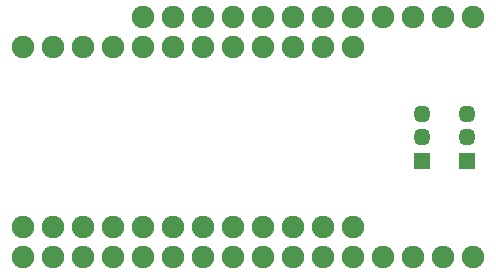
<source format=gbr>
G04 #@! TF.FileFunction,Soldermask,Bot*
%FSLAX46Y46*%
G04 Gerber Fmt 4.6, Leading zero omitted, Abs format (unit mm)*
G04 Created by KiCad (PCBNEW 4.0.6) date 2017 July 29, Saturday 01:49:35*
%MOMM*%
%LPD*%
G01*
G04 APERTURE LIST*
%ADD10C,0.100000*%
%ADD11R,1.451600X1.451600*%
%ADD12O,1.451600X1.451600*%
%ADD13C,1.901600*%
G04 APERTURE END LIST*
D10*
D11*
X164592000Y-111220000D03*
D12*
X164592000Y-109220000D03*
X164592000Y-107220000D03*
D13*
X127000000Y-119380000D03*
X129540000Y-119380000D03*
X132080000Y-119380000D03*
X134620000Y-119380000D03*
X137160000Y-119380000D03*
X139700000Y-119380000D03*
X142240000Y-119380000D03*
X144780000Y-119380000D03*
X147320000Y-119380000D03*
X149860000Y-119380000D03*
X152400000Y-119380000D03*
X154940000Y-119380000D03*
X157480000Y-119380000D03*
X160020000Y-119380000D03*
X162560000Y-119380000D03*
X165100000Y-119380000D03*
X165100000Y-99060000D03*
X162560000Y-99060000D03*
X160020000Y-99060000D03*
X157480000Y-99060000D03*
X154940000Y-99060000D03*
X152400000Y-99060000D03*
X149860000Y-99060000D03*
X147320000Y-99060000D03*
X144780000Y-99060000D03*
X142240000Y-99060000D03*
X139700000Y-99060000D03*
X137160000Y-99060000D03*
X127000000Y-116840000D03*
X129540000Y-116840000D03*
X132080000Y-116840000D03*
X134620000Y-116840000D03*
X137160000Y-116840000D03*
X139700000Y-116840000D03*
X142240000Y-116840000D03*
X144780000Y-116840000D03*
X147320000Y-116840000D03*
X149860000Y-116840000D03*
X152400000Y-116840000D03*
X154940000Y-116840000D03*
X154940000Y-101600000D03*
X152400000Y-101600000D03*
X149860000Y-101600000D03*
X147320000Y-101600000D03*
X144780000Y-101600000D03*
X142240000Y-101600000D03*
X139700000Y-101600000D03*
X137160000Y-101600000D03*
X134620000Y-101600000D03*
X132080000Y-101600000D03*
X129540000Y-101600000D03*
X127000000Y-101600000D03*
D11*
X160782000Y-111220000D03*
D12*
X160782000Y-109220000D03*
X160782000Y-107220000D03*
M02*

</source>
